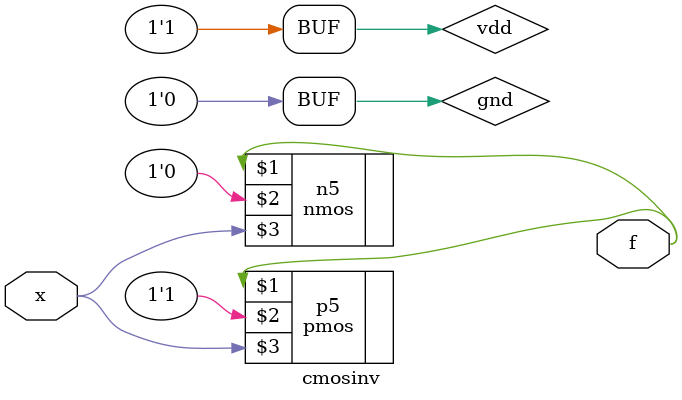
<source format=v>

module bit8ALU (Zout,carry_borrow, addr1, addr2, write, rd, func, memaddr, clk1, clk2);
      input [3:0] addr1, addr2, rd;//address inputs for the register bank
      input [2:0] func;  // function code for ALU operations
      input [7:0] memaddr;// memory address for storing results
      input clk1, clk2; // two phase clock to avoid clocking issues
      input write; // write signal for memory
      output [7:0] Zout; // output of the ALU
      output carry_borrow; // carry out or borrow out signal

      reg [7:0] regbank [15:0]; // 16x8 register bank
      reg [7:0] mem [0:255]; // 256 x 8 memory
      // Parameters 
      localparam ADD = 3'b000, SUB = 3'b001, AND = 3'b010, OR = 3'b011, XOR = 3'b100, NOT_A = 3'b101, NOT_B = 3'b110, INC_A = 3'b111;
      
      // internal registers for pipelining
     reg [7:0] L12_A, L12_B, L23_Z, L34_Z;
     reg [3:0] L12_rd, L23_rd;
     reg [2:0] L12_func;
     reg [7:0] L12_memaddr, L23_memaddr, L34_memaddr;
     reg L12_write, L23_write, L34_write, L23_carry_borrow, L34_carry_borrow;

     assign Zout = L34_Z;  // OUTPUT of the ALU
     assign carry_borrow = L34_carry_borrow; // Carry or borrow output
     // Wires for cmos implementation of ALU operations 
     wire [7:0] add_out, sub_out, and_out, or_out, xor_out, not_A_out, not_B_out, inc_A_out;
     // Wire for carry out of addition or borrow out of subtraction
     wire carry_out_add, carry_out_inc, borrow_temp;
     // instiate the modules used in ALU operations
        FA8bit ADD_inst(add_out, carry_out_add, L12_A, L12_B, 1'b0); // 8-bit adder
        sub8bit SUB_inst(sub_out, borrow_temp, L12_A, L12_B); // 8-bit subtractor
        FA8bit INC (inc_A_out, carry_out_inc, L12_A, 8'b00000001, 1'b0); // Increment A
        and_gate8bit and_gate_inst(and_out, L12_A, L12_B); // AND operation
        or_gate8bit or_gate_inst(or_out, L12_A, L12_B); // OR operation
        xor_gate8bit xor_gate_inst(xor_out, L12_A, L12_B); // XOR operation
        not_gate8bit not_A_inst(not_A_out, L12_A); // NOT A
        not_gate8bit not_B_inst(not_B_out, L12_B); // NOT B
     
     //stage 1 : Read A and B from Register Bank 
     always @(posedge clk1) 
    begin  // <--- clk1 is used here 
        L12_A <= #2 regbank[addr1];
        L12_B <= #2 regbank[addr2];
        L12_rd <= #2 rd;
        L12_func <= #2 func;
        L12_memaddr <= #2 memaddr; 
        L12_write <= #2 write ; // stage 1
    end

     // Stage 2 : Performing ALU operation
     always @(posedge clk2) 
     begin  // <--- clk2 is used here
            case (L12_func)
            ADD: begin
                L23_Z <= #2 add_out; // ADD
                L23_carry_borrow <= #2 carry_out_add; // Capture carry out
            end
            SUB: begin 
                L23_Z <= #2 sub_out; // SUBTRACT
                L23_carry_borrow <= #2 borrow_temp; // Capture borrow out
            end   
            AND:begin
                L23_Z <= #2 and_out; // AND
                L23_carry_borrow <= #2 1'b0; // No carry or borrow for AND
            end 
            OR: begin
                L23_Z <= #2 or_out; // OR
                L23_carry_borrow <= #2 1'b0; // No carry or borrow for OR
            end
            XOR: begin
                 L23_Z <= #2 xor_out; // XOR
                 L23_carry_borrow <= #2 1'b0; // No carry or borrow for XOR
            end
            NOT_A: begin
                 L23_Z <= #2 not_A_out; // NOT A
                    L23_carry_borrow <= #2 1'b0; // No carry or borrow for NOT A    
            end    
            NOT_B:  begin
                L23_Z <= #2 not_B_out; // NOT B
                L23_carry_borrow <= #2 1'b0; // No carry or borrow for NOT B
            end
            INC_A: begin
                 L23_Z <= #2 inc_A_out; // INC A
                L23_carry_borrow <= #2 carry_out_inc; // Capture carry out for INC A
            end
            default:  begin L23_Z <= #2 8'hxx; // Default case for undefined operations
                L23_carry_borrow <= #2 1'bx; // No carry or borrow for undefined operations
            end
            endcase
            L23_rd <= #2 L12_rd;
            L23_memaddr <= #2 L12_memaddr;
            L23_write <= #2 L12_write; // stage 2
    end

     // Stage 3 : Putting the result back in Register Bank 
     always @(posedge clk1)
    begin //<-- clk1 is used here 
        regbank[L23_rd] <= #2 L23_Z;
        L34_write <= #2 L23_write;
        L34_carry_borrow <= #2 L23_carry_borrow; // Carry or borrow from stage 2
        L34_Z <= #2 L23_Z;
        L34_memaddr <= #2 L23_memaddr; // stage 3
    end

     // Stage 4 : Writing result to Memory
     always @(posedge clk2) 
    begin  //<-- clk2 is used here
        if (L34_write) 
        begin
            mem[L34_memaddr] <= #2 L34_Z; // stage 4
        end
    end
endmodule
// ----------------------------------------------------------------------------------
//Other Modules used in ALU:--
// ----------------------------------------------------------------------------------
// 8 bit FullAdder 
// 1 bit Full Adder using CMOS
module fulladder_1 (sum, cout, a, b, cin);
    input a, b, cin;
    output sum, cout;
    fa_sum SUM (sum, a, b, cin);
    fa_carry CARRY (cout, a, b, cin);
endmodule
module fa_carry (cout, a, b, cin);//carry out logic
     input a, b, cin;
     output cout;

     wire t1, t2, t3;
    and_gate A1 (t1, a, b);
    xor_gate X1 (t2, a, b);
    and_gate A2 (t3, t2, cin);
    or_gate O1 (cout, t1, t3);  
endmodule
module fa_sum (sum, a, b, cin);// sum logic
   input a, b, cin;
   output sum;
   wire t1, t2;

   xor_gate X1 (t1, a, b);
   xor_gate X2 (sum, t1, cin);
endmodule
//8 bit Full Adder
module FA8bit(f, Cout, a, b, Cin);
    input [7:0] a, b;
    input Cin;
    output Cout;
    output [7:0] f;

    wire [6:0] C;  // Internal carries (C[6:0]) for bits 1 to 7
    fulladder_1 FA0(f[0], C[0], a[0], b[0], Cin); // First bit with Cin as 0
    genvar i;
    generate
        for (i = 1; i < 7; i = i + 1) begin
            fulladder_1 FA(f[i], C[i], a[i], b[i], C[i-1]);
        end
    endgenerate
    fulladder_1 FA7(f[7], Cout, a[7], b[7], C[6]);
endmodule
// 1bit subtractor using Full Adder
module substractor_1(diff, bout, a, b, bin);
    input a, b, bin;
    output diff, bout;

    wire b_not;
    cmosinv N1(b_not, b); // Invert b to use in subtraction
    fulladder_1 FA(diff, bout, a, b_not, bin); // Use full adder for subtraction
    
endmodule

// 8 bit Subtractor
module sub8bit(diff, bout, a, b);
    input [7:0] a, b;
    output [7:0] diff;
    output bout;

    wire [6:0] B;  // Borrow wires
    substractor_1 S0(diff[0], B[0], a[0], b[0], 1'b1); // Initial bin = 1 (for 2's comp)
    genvar i;
    generate
        for (i = 1; i < 7; i = i + 1) 
        begin
            substractor_1 S(diff[i], B[i], a[i], b[i], B[i-1]); 
        end
    endgenerate
    substractor_1 S7(diff[7], bout, a[7], b[7], B[6]); 
endmodule
// Other Fundamental Gates used in the ALU:--
// 8-bit gates for ALU operations:--
//OR Gate for 8-bit inputs
module or_gate8bit(f, x, y);
    input [7:0] x, y;
    output[7:0] f;
    genvar i;

    generate
        for (i = 0; i < 8; i = i + 1) 
        begin // generating 8 OR gates
            or_gate O1(f[i], x[i], y[i]);
        end
    endgenerate
endmodule 
//AND Gate for 8-bit inputs   
module and_gate8bit(f, x, y);
    input [7:0] x, y;
    output[7:0] f;
    genvar i;

    generate
        for (i = 0; i < 8; i = i + 1) 
        begin  // generating 8 AND gates 
            and_gate A1(f[i], x[i], y[i]);
        end
    endgenerate
endmodule    
//NOT Gate for 8-bit inputs
module not_gate8bit(f, x);
    input [7:0] x;
    output[7:0] f;
    genvar i;

    generate
        for (i = 0; i < 8; i = i + 1)
        begin // generating 8 NOT gates
         cmosinv C1(f[i], x[i]);
        end
    endgenerate
endmodule    
//XOR Gate for 8-bit inputs
module xor_gate8bit(f, x, y);
    input [7:0] x, y;
    output[7:0] f;
    genvar i;

    generate
        for (i = 0; i < 8; i = i + 1) 
        begin 
            xor_gate A1(f[i], x[i], y[i]);
        end
    endgenerate
endmodule    
// For 1-bit
// AND Gate
module and_gate(f, x, y);
    input x, y;
    output f;
    supply1 vdd;
    supply0 gnd;

    wire a;
    cmosnand N6 (a, x, y); //NAND Gate 
    cmosinv N7 (f, a); // Invert the output of NOR to get AND    
endmodule
// OR Gate 
module or_gate(f, x, y);
    input x, y;
    output f;
    supply1 vdd;
    supply0 gnd;

    wire a;
    cmosnor N8 (a, x, y); // NOR Gate
    cmosinv N9 (f, a); // Invert the output of NOR to get OR
endmodule
// XOR Gate
module xor_gate (f, A, B);
    input A, B;
    output f;
    supply1 vdd;
    supply0 gnd;

    wire not_A, not_B, c, d;
    cmosinv N1 (not_A, A); // Invert A
    cmosinv N2 (not_B, B); // Invert B
    and_gate N3 (c, B, not_A); // B AND NOT A
    and_gate N4 (d, A, not_B); // A AND NOT B
    or_gate N5  (f, c, d); // OR the results
endmodule
// CMOS Gate Implementation :---
// NAND Gate
module cmosnand (f, x, y);
    input x, y;
    output f;
    supply1 vdd;
    supply0 gnd;
    wire a;
    // Pull up Network
    pmos p1 (f, vdd, x);
    pmos p2 (f, vdd, y);
    // Pull down Network
    nmos n1 (f, a, x);
    nmos n2 (a, gnd, y);
endmodule

// NOR Gate 
module cmosnor (f,x, y);
     input x, y;
     output f;
     supply0 gnd;
     supply1 vdd;
     wire a;
      // Pull up Network 
     pmos p3 (a, vdd, x);
     pmos p4 (f, a, y); 
     // Pull down Network
     nmos n3 (f, gnd, x);
     nmos n4 (f, gnd, y);
endmodule

// NOT Gate
module cmosinv (f, x);
    input x;
    output f;
    supply1 vdd;
    supply0 gnd;

    pmos p5 (f, vdd, x); // Pull up Network
    nmos n5 (f, gnd, x); // Pull down Network
endmodule
</source>
